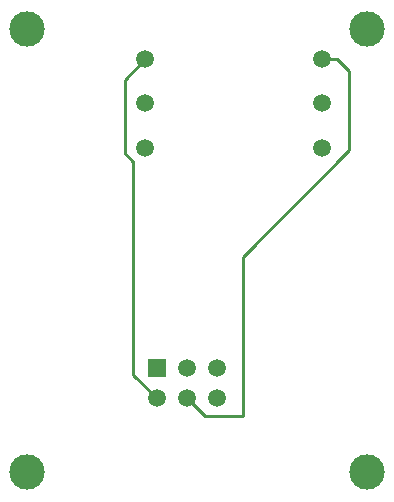
<source format=gbl>
G04 Layer_Physical_Order=2*
G04 Layer_Color=16711680*
%FSLAX44Y44*%
%MOMM*%
G71*
G01*
G75*
%ADD10C,0.2540*%
%ADD11C,3.0000*%
%ADD12C,1.5000*%
%ADD13R,1.5000X1.5000*%
D10*
X127500Y120000D02*
X147500Y100000D01*
X127500Y120000D02*
Y300000D01*
X120000Y307500D02*
X127500Y300000D01*
X120000Y307500D02*
Y370000D01*
X137500Y387500D01*
X287500D02*
X300000D01*
X310000Y377500D01*
Y310000D02*
Y377500D01*
X220000Y220000D02*
X310000Y310000D01*
X220000Y85000D02*
Y220000D01*
X187900Y85000D02*
X220000D01*
X172900Y100000D02*
X187900Y85000D01*
D11*
X37500Y37500D02*
D03*
X325000D02*
D03*
Y412500D02*
D03*
X37500D02*
D03*
D12*
X198300Y100000D02*
D03*
Y125400D02*
D03*
X172900Y100000D02*
D03*
Y125400D02*
D03*
X147500Y100000D02*
D03*
X137500Y387500D02*
D03*
Y350000D02*
D03*
Y312500D02*
D03*
X287500D02*
D03*
Y350000D02*
D03*
Y387500D02*
D03*
D13*
X147500Y125400D02*
D03*
M02*

</source>
